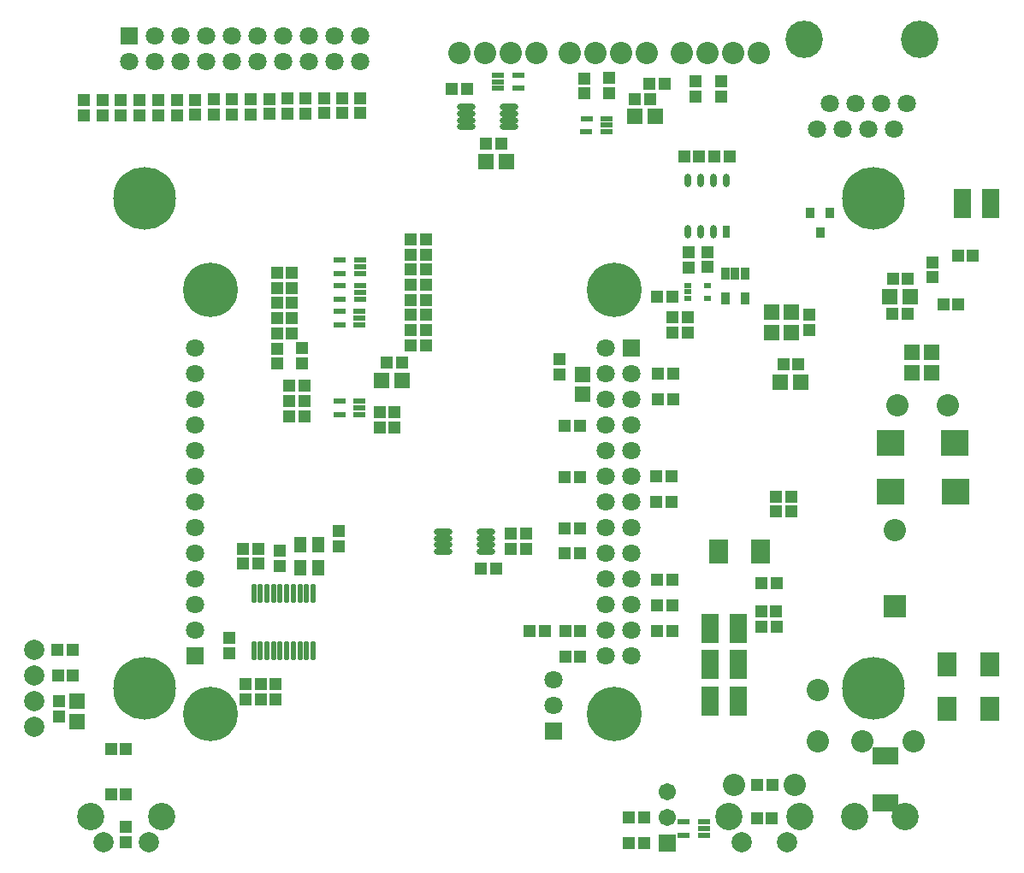
<source format=gbs>
G04*
G04 #@! TF.GenerationSoftware,Altium Limited,Altium Designer,18.1.2 (67)*
G04*
G04 Layer_Color=16711935*
%FSLAX44Y44*%
%MOMM*%
G71*
G01*
G75*
%ADD33R,1.2032X1.2032*%
%ADD34R,1.2032X1.2032*%
%ADD35R,1.6032X1.6032*%
%ADD36R,1.6032X1.6032*%
%ADD40R,1.8232X2.3832*%
%ADD41R,1.8032X2.9032*%
%ADD45R,0.9032X1.0532*%
%ADD49O,1.8532X0.7032*%
%ADD52C,1.8032*%
%ADD53C,3.7032*%
%ADD54C,2.2032*%
%ADD55R,2.2032X2.2032*%
%ADD56C,2.7032*%
%ADD57C,2.0032*%
%ADD58C,5.4032*%
%ADD59R,1.8032X1.8032*%
%ADD60R,1.8032X1.8032*%
%ADD61R,1.7032X1.7032*%
%ADD62C,1.7032*%
%ADD63C,6.2032*%
%ADD95R,2.8032X2.6032*%
%ADD96R,1.2032X0.5532*%
%ADD97R,2.5032X1.7232*%
%ADD98R,0.9032X1.2032*%
%ADD99O,0.7132X1.3032*%
%ADD100R,0.7132X1.3032*%
%ADD101R,0.7032X0.6032*%
%ADD102R,1.3032X1.5032*%
%ADD103O,0.5532X1.9032*%
D33*
X854456Y579374D02*
D03*
Y594374D02*
D03*
X484632Y498348D02*
D03*
Y483348D02*
D03*
X158496Y221996D02*
D03*
Y206996D02*
D03*
X230378Y509150D02*
D03*
Y494150D02*
D03*
X208280Y308490D02*
D03*
Y293490D02*
D03*
X266700Y328048D02*
D03*
Y313048D02*
D03*
X189230Y161544D02*
D03*
Y176544D02*
D03*
X732282Y542424D02*
D03*
Y527424D02*
D03*
X699516Y347218D02*
D03*
Y362218D02*
D03*
X714502Y362204D02*
D03*
Y347204D02*
D03*
X612648Y604266D02*
D03*
Y589266D02*
D03*
X203962Y161544D02*
D03*
Y176544D02*
D03*
X174244Y161410D02*
D03*
Y176410D02*
D03*
X186944Y295656D02*
D03*
Y310656D02*
D03*
X171958Y295656D02*
D03*
Y310656D02*
D03*
X306832Y430784D02*
D03*
Y445784D02*
D03*
X321818Y430784D02*
D03*
Y445784D02*
D03*
X611632Y539750D02*
D03*
Y524750D02*
D03*
X596646Y539750D02*
D03*
Y524750D02*
D03*
X56134Y35306D02*
D03*
Y20306D02*
D03*
X205232Y493776D02*
D03*
Y508776D02*
D03*
X14478Y739732D02*
D03*
Y754732D02*
D03*
X32766Y739732D02*
D03*
Y754732D02*
D03*
X287528Y741764D02*
D03*
Y756764D02*
D03*
X50800Y739732D02*
D03*
Y754732D02*
D03*
X269748Y741764D02*
D03*
Y756764D02*
D03*
X69342Y739732D02*
D03*
Y754732D02*
D03*
X251968Y741764D02*
D03*
Y756764D02*
D03*
X87884Y739986D02*
D03*
Y754986D02*
D03*
X233934Y741510D02*
D03*
Y756510D02*
D03*
X106172Y739986D02*
D03*
Y754986D02*
D03*
X215646Y741256D02*
D03*
Y756256D02*
D03*
X124460Y740240D02*
D03*
Y755240D02*
D03*
X197612Y741002D02*
D03*
Y756002D02*
D03*
X142748Y740494D02*
D03*
Y755494D02*
D03*
X179070Y740748D02*
D03*
Y755748D02*
D03*
X160782Y740748D02*
D03*
Y755748D02*
D03*
X-9906Y144646D02*
D03*
Y159646D02*
D03*
X619506Y773564D02*
D03*
Y758564D02*
D03*
X644652Y773564D02*
D03*
Y758564D02*
D03*
X631190Y589534D02*
D03*
Y604534D02*
D03*
X534416Y776612D02*
D03*
Y761612D02*
D03*
X509524Y776358D02*
D03*
Y761358D02*
D03*
D34*
X553974Y19050D02*
D03*
X568974D02*
D03*
X553974Y44450D02*
D03*
X568974D02*
D03*
X588772Y771144D02*
D03*
X573772D02*
D03*
X378206Y765556D02*
D03*
X393206D02*
D03*
X814578Y542798D02*
D03*
X829578D02*
D03*
X41014Y67564D02*
D03*
X56014D02*
D03*
X232664Y456692D02*
D03*
X217664D02*
D03*
X220218Y523748D02*
D03*
X205218D02*
D03*
X220218Y553974D02*
D03*
X205218D02*
D03*
X220218Y583946D02*
D03*
X205218D02*
D03*
X595616Y382270D02*
D03*
X580616D02*
D03*
X595616Y356616D02*
D03*
X580616D02*
D03*
X597648Y458470D02*
D03*
X582648D02*
D03*
X597648Y483870D02*
D03*
X582648D02*
D03*
X684784Y233680D02*
D03*
X699784D02*
D03*
X684650Y248666D02*
D03*
X699650D02*
D03*
X684904Y276098D02*
D03*
X699904D02*
D03*
X422536Y290830D02*
D03*
X407536D02*
D03*
X894214Y600456D02*
D03*
X879214D02*
D03*
X814952Y578104D02*
D03*
X829952D02*
D03*
X505714Y203962D02*
D03*
X490714D02*
D03*
X505714Y229362D02*
D03*
X490714D02*
D03*
X56134Y112268D02*
D03*
X41134D02*
D03*
X490346Y330962D02*
D03*
X505346D02*
D03*
X490346Y305816D02*
D03*
X505346D02*
D03*
X505460Y432308D02*
D03*
X490460D02*
D03*
X436880Y310642D02*
D03*
X451880D02*
D03*
X436880Y325628D02*
D03*
X451880D02*
D03*
X3302Y210312D02*
D03*
X-11698D02*
D03*
X3556Y185166D02*
D03*
X-11444D02*
D03*
X695452Y76708D02*
D03*
X680452D02*
D03*
X680332Y43942D02*
D03*
X695332D02*
D03*
X338074Y616966D02*
D03*
X353074D02*
D03*
X338074Y601980D02*
D03*
X353074D02*
D03*
X338074Y586994D02*
D03*
X353074D02*
D03*
X338074Y572008D02*
D03*
X353074D02*
D03*
X338074Y557022D02*
D03*
X353074D02*
D03*
X338074Y542290D02*
D03*
X353074D02*
D03*
X338074Y527050D02*
D03*
X353074D02*
D03*
X338074Y512064D02*
D03*
X353074D02*
D03*
X220218Y568960D02*
D03*
X205218D02*
D03*
X220218Y538734D02*
D03*
X205218D02*
D03*
X232664Y471678D02*
D03*
X217664D02*
D03*
X232664Y441706D02*
D03*
X217664D02*
D03*
X329318Y495046D02*
D03*
X314318D02*
D03*
X581660Y560324D02*
D03*
X596660D02*
D03*
X608330Y698754D02*
D03*
X623330D02*
D03*
X638302D02*
D03*
X653302D02*
D03*
X412108Y711454D02*
D03*
X427108D02*
D03*
X455422Y229108D02*
D03*
X470422D02*
D03*
X490346Y381762D02*
D03*
X505346D02*
D03*
X596646Y280162D02*
D03*
X581646D02*
D03*
X596646Y254762D02*
D03*
X581646D02*
D03*
X596646Y229108D02*
D03*
X581646D02*
D03*
X574936Y755904D02*
D03*
X559936D02*
D03*
X879856Y552704D02*
D03*
X864856D02*
D03*
X721494Y493268D02*
D03*
X706494D02*
D03*
D35*
X508000Y483202D02*
D03*
Y463202D02*
D03*
X7620Y139352D02*
D03*
Y159352D02*
D03*
X714756Y544924D02*
D03*
Y524924D02*
D03*
X695198Y544924D02*
D03*
Y524924D02*
D03*
D36*
X853534Y485140D02*
D03*
X833534D02*
D03*
X853534Y505206D02*
D03*
X833534D02*
D03*
X579722Y738378D02*
D03*
X559722D02*
D03*
X412402Y693928D02*
D03*
X432402D02*
D03*
X812198Y560324D02*
D03*
X832198D02*
D03*
X329278Y477266D02*
D03*
X309278D02*
D03*
X703740Y475742D02*
D03*
X723740D02*
D03*
D40*
X642094Y307594D02*
D03*
X684294D02*
D03*
X868662Y196342D02*
D03*
X910862D02*
D03*
Y151638D02*
D03*
X868662D02*
D03*
D41*
X633954Y231648D02*
D03*
X661954D02*
D03*
X633700Y160020D02*
D03*
X661700D02*
D03*
X633700Y195834D02*
D03*
X661700D02*
D03*
X883636Y652526D02*
D03*
X911636D02*
D03*
D45*
X733450Y642697D02*
D03*
X752450Y642739D02*
D03*
X742950Y623197D02*
D03*
D49*
X392516Y728374D02*
D03*
Y734874D02*
D03*
Y741374D02*
D03*
Y747874D02*
D03*
X435016Y728374D02*
D03*
Y734874D02*
D03*
Y741374D02*
D03*
Y747874D02*
D03*
X412410Y327250D02*
D03*
Y320750D02*
D03*
Y314250D02*
D03*
Y307750D02*
D03*
X369910Y327250D02*
D03*
Y320750D02*
D03*
Y314250D02*
D03*
Y307750D02*
D03*
D52*
X752348Y751332D02*
D03*
X739648Y725932D02*
D03*
X777748Y751332D02*
D03*
X765048Y725932D02*
D03*
X803148Y751332D02*
D03*
X790448Y725932D02*
D03*
X828548Y751332D02*
D03*
X815848Y725932D02*
D03*
X479260Y155322D02*
D03*
Y180722D02*
D03*
X530860Y204122D02*
D03*
Y229522D02*
D03*
Y254922D02*
D03*
X556260Y204122D02*
D03*
Y229522D02*
D03*
Y254922D02*
D03*
X530860Y280322D02*
D03*
Y305722D02*
D03*
Y331122D02*
D03*
Y356522D02*
D03*
Y381922D02*
D03*
X556260Y280322D02*
D03*
Y305722D02*
D03*
Y331122D02*
D03*
Y356522D02*
D03*
Y381922D02*
D03*
Y483522D02*
D03*
Y458122D02*
D03*
Y432722D02*
D03*
Y407322D02*
D03*
X530860Y508922D02*
D03*
Y483522D02*
D03*
Y458122D02*
D03*
Y432722D02*
D03*
Y407322D02*
D03*
X124260Y229522D02*
D03*
Y254922D02*
D03*
Y280322D02*
D03*
Y305722D02*
D03*
Y331122D02*
D03*
Y356522D02*
D03*
Y381922D02*
D03*
Y407322D02*
D03*
Y432722D02*
D03*
Y458122D02*
D03*
Y483522D02*
D03*
Y508922D02*
D03*
X287528Y792988D02*
D03*
Y818388D02*
D03*
X262128Y792988D02*
D03*
Y818388D02*
D03*
X236728Y792988D02*
D03*
Y818388D02*
D03*
X211328Y792988D02*
D03*
Y818388D02*
D03*
X185928Y792988D02*
D03*
Y818388D02*
D03*
X160528Y792988D02*
D03*
Y818388D02*
D03*
X135128Y792988D02*
D03*
Y818388D02*
D03*
X109728Y792988D02*
D03*
Y818388D02*
D03*
X84328Y792988D02*
D03*
Y818388D02*
D03*
X58928Y792988D02*
D03*
D53*
X841248Y814832D02*
D03*
X726948D02*
D03*
D54*
X740410Y170688D02*
D03*
Y119888D02*
D03*
X817118Y328584D02*
D03*
X717804Y76708D02*
D03*
X657804D02*
D03*
X835406Y119888D02*
D03*
X784606D02*
D03*
X869150Y452628D02*
D03*
X819150D02*
D03*
X385572Y801370D02*
D03*
X410972D02*
D03*
X436372D02*
D03*
X461772D02*
D03*
X571754Y801500D02*
D03*
X546354D02*
D03*
X520954D02*
D03*
X495554D02*
D03*
X605790Y801754D02*
D03*
X631190D02*
D03*
X656590D02*
D03*
X681990D02*
D03*
D55*
X817118Y253584D02*
D03*
D56*
X722726Y45062D02*
D03*
X652726D02*
D03*
X21028Y45066D02*
D03*
X91028D02*
D03*
X827386Y44958D02*
D03*
X777386D02*
D03*
D57*
X665226Y20062D02*
D03*
X710226D02*
D03*
X78528Y20066D02*
D03*
X33528D02*
D03*
X-34544Y134112D02*
D03*
Y159512D02*
D03*
Y184912D02*
D03*
Y210312D02*
D03*
D58*
X139260Y146922D02*
D03*
Y566922D02*
D03*
X539260Y146922D02*
D03*
Y566922D02*
D03*
D59*
X479260Y129922D02*
D03*
X556260Y508922D02*
D03*
X124260Y204122D02*
D03*
D60*
X58928Y818388D02*
D03*
D61*
X592074Y19304D02*
D03*
D62*
Y44704D02*
D03*
Y70104D02*
D03*
D63*
X74000Y657420D02*
D03*
X796000D02*
D03*
X74000Y172420D02*
D03*
X796000D02*
D03*
D95*
X812296Y415290D02*
D03*
X876296D02*
D03*
X812804Y366776D02*
D03*
X876804D02*
D03*
D96*
X608142Y39878D02*
D03*
X607942Y26878D02*
D03*
X628142Y39878D02*
D03*
X628042Y33378D02*
D03*
X627942Y26878D02*
D03*
X267276Y456692D02*
D03*
X267076Y443692D02*
D03*
X287276Y456692D02*
D03*
X287176Y450192D02*
D03*
X287076Y443692D02*
D03*
X267274Y545592D02*
D03*
X267074Y532592D02*
D03*
X287274Y545592D02*
D03*
X287174Y539092D02*
D03*
X287074Y532592D02*
D03*
X267528Y570992D02*
D03*
X267328Y557992D02*
D03*
X287528Y570992D02*
D03*
X287428Y564492D02*
D03*
X287328Y557992D02*
D03*
X267528Y596138D02*
D03*
X267328Y583138D02*
D03*
X287528Y596138D02*
D03*
X287428Y589638D02*
D03*
X287328Y583138D02*
D03*
X444180Y766318D02*
D03*
X444380Y779318D02*
D03*
X424180Y766318D02*
D03*
X424280Y772818D02*
D03*
X424380Y779318D02*
D03*
X511876Y736600D02*
D03*
X511676Y723600D02*
D03*
X531876Y736600D02*
D03*
X531776Y730100D02*
D03*
X531676Y723600D02*
D03*
D97*
X807466Y59182D02*
D03*
Y105182D02*
D03*
D98*
X649478Y558676D02*
D03*
X668478D02*
D03*
Y582676D02*
D03*
X658978D02*
D03*
X649478D02*
D03*
D99*
X612394Y675078D02*
D03*
X625094D02*
D03*
X637794D02*
D03*
X650494D02*
D03*
X612394Y624078D02*
D03*
X625094D02*
D03*
X637794D02*
D03*
D100*
X650494D02*
D03*
D101*
X612394Y558292D02*
D03*
Y564792D02*
D03*
Y571292D02*
D03*
X631394D02*
D03*
Y558292D02*
D03*
D102*
X246126Y314702D02*
D03*
X228126Y291702D02*
D03*
Y314702D02*
D03*
X246126Y291702D02*
D03*
D103*
X182586Y266244D02*
D03*
X189086D02*
D03*
X195586D02*
D03*
X202086D02*
D03*
X208586D02*
D03*
X215086D02*
D03*
X221586D02*
D03*
X228086D02*
D03*
X234586D02*
D03*
X241086D02*
D03*
X182586Y209244D02*
D03*
X189086D02*
D03*
X195586D02*
D03*
X202086D02*
D03*
X208586D02*
D03*
X215086D02*
D03*
X221586D02*
D03*
X228086D02*
D03*
X234586D02*
D03*
X241086D02*
D03*
M02*

</source>
